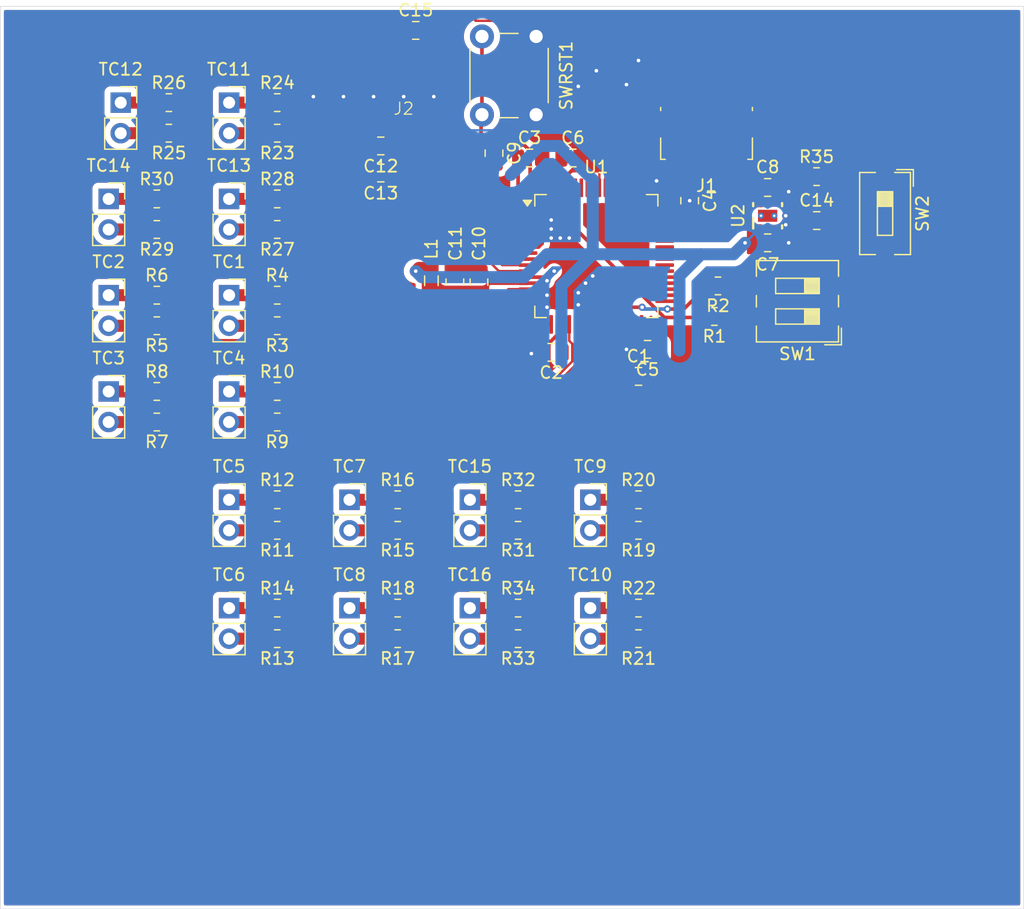
<source format=kicad_pcb>
(kicad_pcb (version 20240108) (generator "pcbnew") (generator_version "8.0")
  (layers (0 "F.Cu" signal) (31 "B.Cu" signal) (34 "B.Paste" user) (35 "F.Paste" user) (36 "B.SilkS" user "B.Silkscreen") (37 "F.SilkS" user "F.Silkscreen") (38 "B.Mask" user) (39 "F.Mask" user) (44 "Edge.Cuts" user))
  (net 0 "")
  (net 1 "Net-(U1-VCAP1)")
  (net 2 "VSS")
  (net 3 "VDD")
  (net 4 "VBUS")
  (net 5 "Net-(U1-NRST)")
  (net 6 "VDDA")
  (net 7 "Net-(U1-PH0)")
  (net 8 "Net-(U1-PH1)")
  (net 9 "Net-(U2-EN)")
  (net 10 "/MCU/USB_D-")
  (net 11 "/MCU/USB_D+")
  (net 12 "/MCU/USB_ID")
  (net 14 "Net-(R1-Pad1)")
  (net 15 "BOOT0")
  (net 16 "Net-(R2-Pad1)")
  (net 17 "BOOT1")
  (net 18 "/MCU/ADC_IN0")
  (net 19 "VSSA")
  (net 20 "Net-(TC1-+)")
  (net 21 "/MCU/ADC_IN1")
  (net 22 "Net-(TC2-+)")
  (net 23 "/MCU/ADC_IN2")
  (net 24 "Net-(TC3-+)")
  (net 25 "/MCU/ADC_IN3")
  (net 26 "Net-(TC4-+)")
  (net 27 "/MCU/ADC_IN4")
  (net 28 "Net-(TC5-+)")
  (net 29 "/MCU/ADC_IN5")
  (net 30 "Net-(TC6-+)")
  (net 31 "/MCU/ADC_IN6")
  (net 32 "Net-(TC7-+)")
  (net 33 "/MCU/ADC_IN7")
  (net 34 "Net-(TC8-+)")
  (net 35 "/MCU/ADC_IN8")
  (net 36 "Net-(TC9-+)")
  (net 37 "/MCU/ADC_IN9")
  (net 38 "Net-(TC10-+)")
  (net 39 "/MCU/ADC_IN10")
  (net 40 "Net-(TC11-+)")
  (net 41 "/MCU/ADC_IN11")
  (net 42 "Net-(TC12-+)")
  (net 43 "/MCU/ADC_IN12")
  (net 44 "Net-(TC13-+)")
  (net 45 "/MCU/ADC_IN13")
  (net 46 "Net-(TC14-+)")
  (net 47 "/MCU/ADC_IN14")
  (net 48 "Net-(TC15-+)")
  (net 49 "/MCU/ADC_IN15")
  (net 50 "Net-(TC16-+)")
  (net 65 "Net-(J2-SWCLK{slash}TCK)")
  (net 67 "Net-(J2-SWDIO{slash}TMS)")
  (net 72 "Net-(J2-SWO{slash}TDO)")
  (net 73 "Net-(J2-~{RESET})")
  (net 86 "Net-(J2-GNDDetect)")
  (net 87 "Net-(J2-NC{slash}TDI)")
  (footprint "Connector_PinSocket_2.54mm:PinSocket_1x02_P2.54mm_Vertical" (layer "F.Cu") (at 69 48)
    (property "Reference" "TC14")
    (property "Value" "0-60V")
  )
  (footprint "Resistor_SMD:R_0805_2012Metric" (layer "F.Cu") (at 83 40)
    (property "Reference" "R24")
    (property "Value" "10kR")
  )
  (footprint "local:DRV0006A" (layer "F.Cu") (at 123.725 49.4 90)
    (property "Reference" "U2")
    (property "Value" "TLV75533PDRVR")
  )
  (footprint "Resistor_SMD:R_0805_2012Metric" (layer "F.Cu") (at 83 42.54 180)
    (property "Reference" "R23")
    (property "Value" "10kR")
  )
  (footprint "Capacitor_SMD:C_0805_2012Metric" (layer "F.Cu") (at 127.8 49.8)
    (property "Reference" "C14")
    (property "Value" "0u1F")
  )
  (footprint "Connector_PinSocket_2.54mm:PinSocket_1x02_P2.54mm_Vertical" (layer "F.Cu") (at 79 82)
    (property "Reference" "TC6")
    (property "Value" "0-60V")
  )
  (footprint "Resistor_SMD:R_0805_2012Metric" (layer "F.Cu") (at 83 58.54 180)
    (property "Reference" "R3")
    (property "Value" "10kR")
  )
  (footprint "Capacitor_SMD:C_0805_2012Metric" (layer "F.Cu") (at 91.6 43.6 180)
    (property "Reference" "C12")
    (property "Value" "CL1")
  )
  (footprint "Resistor_SMD:R_0805_2012Metric" (layer "F.Cu") (at 73 66.54 180)
    (property "Reference" "R7")
    (property "Value" "10kR")
  )
  (footprint "Button_Switch_SMD:SW_DIP_SPSTx02_Slide_6.7x6.64mm_W6.73mm_P2.54mm_LowProfile_JPin" (layer "F.Cu") (at 126.2 56.5 180)
    (property "Reference" "SW1")
    (property "Value" "SW_DIP_x02")
  )
  (footprint "Connector_USB:USB_Micro-B_Molex_47346-0001" (layer "F.Cu") (at 118.65 43 180)
    (property "Reference" "J1")
    (property "Value" "USB_B_Micro")
  )
  (footprint "Resistor_SMD:R_0805_2012Metric" (layer "F.Cu") (at 103 75.54 180)
    (property "Reference" "R31")
    (property "Value" "10kR")
  )
  (footprint "Capacitor_SMD:C_0805_2012Metric" (layer "F.Cu") (at 99.75 54.9125 90)
    (property "Reference" "C10")
    (property "Value" "1uF")
  )
  (footprint "Resistor_SMD:R_0805_2012Metric" (layer "F.Cu") (at 103 84.54 180)
    (property "Reference" "R33")
    (property "Value" "10kR")
  )
  (footprint "Resistor_SMD:R_0805_2012Metric" (layer "F.Cu") (at 73 50.54 180)
    (property "Reference" "R29")
    (property "Value" "10kR")
  )
  (footprint "Connector_PinSocket_2.54mm:PinSocket_1x02_P2.54mm_Vertical" (layer "F.Cu") (at 99 73)
    (property "Reference" "TC15")
    (property "Value" "0-60V")
  )
  (footprint "Resistor_SMD:R_0805_2012Metric" (layer "F.Cu") (at 73 56)
    (property "Reference" "R6")
    (property "Value" "10kR")
  )
  (footprint "Resistor_SMD:R_0805_2012Metric" (layer "F.Cu") (at 93 84.54 180)
    (property "Reference" "R17")
    (property "Value" "10kR")
  )
  (footprint "Resistor_SMD:R_0805_2012Metric" (layer "F.Cu") (at 113 84.54 180)
    (property "Reference" "R21")
    (property "Value" "10kR")
  )
  (footprint "Capacitor_SMD:C_0805_2012Metric" (layer "F.Cu") (at 105.75 60.75 180)
    (property "Reference" "C2")
    (property "Value" "4u7F")
  )
  (footprint "Resistor_SMD:R_0805_2012Metric" (layer "F.Cu") (at 119.3 57.77 180)
    (property "Reference" "R1")
    (property "Value" "10kR")
  )
  (footprint "Connector_PinSocket_2.54mm:PinSocket_1x02_P2.54mm_Vertical" (layer "F.Cu") (at 79 48)
    (property "Reference" "TC13")
    (property "Value" "0-60V")
  )
  (footprint "Resistor_SMD:R_0805_2012Metric" (layer "F.Cu") (at 83 84.54 180)
    (property "Reference" "R13")
    (property "Value" "10kR")
  )
  (footprint "Resistor_SMD:R_0805_2012Metric" (layer "F.Cu") (at 119.6 55.23 180)
    (property "Reference" "R2")
    (property "Value" "10kR")
  )
  (footprint "Connector_PinSocket_2.54mm:PinSocket_1x02_P2.54mm_Vertical" (layer "F.Cu") (at 89 73)
    (property "Reference" "TC7")
    (property "Value" "0-60V")
  )
  (footprint "Resistor_SMD:R_0805_2012Metric" (layer "F.Cu") (at 83 56)
    (property "Reference" "R4")
    (property "Value" "10kR")
  )
  (footprint "Connector_PinSocket_2.54mm:PinSocket_1x02_P2.54mm_Vertical" (layer "F.Cu") (at 79 73)
    (property "Reference" "TC5")
    (property "Value" "0-60V")
  )
  (footprint "Connector_PinSocket_2.54mm:PinSocket_1x02_P2.54mm_Vertical" (layer "F.Cu") (at 89 82)
    (property "Reference" "TC8")
    (property "Value" "0-60V")
  )
  (footprint "Capacitor_SMD:C_0805_2012Metric" (layer "F.Cu") (at 94.5 34)
    (property "Reference" "C15")
    (property "Value" "C")
  )
  (footprint "Resistor_SMD:R_0805_2012Metric" (layer "F.Cu") (at 83 75.54 180)
    (property "Reference" "R11")
    (property "Value" "10kR")
  )
  (footprint "Resistor_SMD:R_0805_2012Metric" (layer "F.Cu") (at 74 40)
    (property "Reference" "R26")
    (property "Value" "10kR")
  )
  (footprint "Resistor_SMD:R_0805_2012Metric" (layer "F.Cu") (at 83 50.54 180)
    (property "Reference" "R27")
    (property "Value" "10kR")
  )
  (footprint "Resistor_SMD:R_0805_2012Metric" (layer "F.Cu") (at 74 42.54 180)
    (property "Reference" "R25")
    (property "Value" "10kR")
  )
  (footprint "Capacitor_SMD:C_0805_2012Metric" (layer "F.Cu") (at 123.725 51.65)
    (property "Reference" "C7")
    (property "Value" "1uF")
  )
  (footprint "Capacitor_SMD:C_0805_2012Metric" (layer "F.Cu") (at 123.725 47.05 180)
    (property "Reference" "C8")
    (property "Value" "1uF")
  )
  (footprint "Resistor_SMD:R_0805_2012Metric" (layer "F.Cu") (at 103 82)
    (property "Reference" "R34")
    (property "Value" "10kR")
  )
  (footprint "Connector_PinSocket_2.54mm:PinSocket_1x02_P2.54mm_Vertical" (layer "F.Cu") (at 69 56)
    (property "Reference" "TC2")
    (property "Value" "0-60V")
  )
  (footprint "Button_Switch_SMD:SW_DIP_SPSTx01_Slide_6.7x4.1mm_W6.73mm_P2.54mm_LowProfile_JPin" (layer "F.Cu") (at 133.475 49.215 -90)
    (property "Reference" "SW2")
    (property "Value" "SW_DIP_x01")
  )
  (footprint "Connector_PinSocket_2.54mm:PinSocket_1x02_P2.54mm_Vertical" (layer "F.Cu") (at 79 56)
    (property "Reference" "TC1")
    (property "Value" "0-60V")
  )
  (footprint "Resistor_SMD:R_0805_2012Metric" (layer "F.Cu") (at 73 64)
    (property "Reference" "R8")
    (property "Value" "10kR")
  )
  (footprint "Resistor_SMD:R_0805_2012Metric" (layer "F.Cu") (at 83 82)
    (property "Reference" "R14")
    (property "Value" "10kR")
  )
  (footprint "Resistor_SMD:R_0805_2012Metric" (layer "F.Cu") (at 83 64)
    (property "Reference" "R10")
    (property "Value" "10kR")
  )
  (footprint "Resistor_SMD:R_0805_2012Metric" (layer "F.Cu") (at 73 58.54 180)
    (property "Reference" "R5")
    (property "Value" "10kR")
  )
  (footprint "Connector_PinSocket_2.54mm:PinSocket_1x02_P2.54mm_Vertical" (layer "F.Cu") (at 109 73)
    (property "Reference" "TC9")
    (property "Value" "0-60V")
  )
  (footprint "Capacitor_SMD:C_0805_2012Metric" (layer "F.Cu") (at 113 62.75)
    (property "Reference" "C1")
    (property "Value" "2u2F")
  )
  (footprint "Connector_PinSocket_2.54mm:PinSocket_1x02_P2.54mm_Vertical" (layer "F.Cu") (at 70 40)
    (property "Reference" "TC12")
    (property "Value" "0-60V")
  )
  (footprint "Package_QFP:LQFP-64_10x10mm_P0.5mm" (layer "F.Cu") (at 109.5 52.75)
    (property "Reference" "U1")
    (property "Value" "STM32F401R_B-C_Tx")
  )
  (footprint "Resistor_SMD:R_0805_2012Metric" (layer "F.Cu") (at 93 82)
    (property "Reference" "R18")
    (property "Value" "10kR")
  )
  (footprint "Inductor_SMD:L_0805_2012Metric" (layer "F.Cu") (at 95.8 54.8 -90)
    (property "Reference" "L1")
    (property "Value" "L")
  )
  (footprint "Capacitor_SMD:C_0805_2012Metric" (layer "F.Cu") (at 117.25 48.15 -90)
    (property "Reference" "C4")
    (property "Value" "100nF")
  )
  (footprint "Capacitor_SMD:C_0805_2012Metric" (layer "F.Cu") (at 103.95 44.6)
    (property "Reference" "C3")
    (property "Value" "100nF")
  )
  (footprint "Connector_PinSocket_2.54mm:PinSocket_1x02_P2.54mm_Vertical" (layer "F.Cu") (at 69 64)
    (property "Reference" "TC3")
    (property "Value" "0-60V")
  )
  (footprint "Resistor_SMD:R_0805_2012Metric" (layer "F.Cu") (at 113 75.54 180)
    (property "Reference" "R19")
    (property "Value" "10kR")
  )
  (footprint "Capacitor_SMD:C_0805_2012Metric" (layer "F.Cu") (at 101 44.2 -90)
    (property "Reference" "C9")
    (property "Value" "0u1F")
  )
  (footprint "Connector_PinSocket_2.54mm:PinSocket_1x02_P2.54mm_Vertical" (layer "F.Cu") (at 79 40)
    (property "Reference" "TC11")
    (property "Value" "0-60V")
  )
  (footprint "Capacitor_SMD:C_0805_2012Metric" (layer "F.Cu") (at 107.55 44.6)
    (property "Reference" "C6")
    (property "Value" "100nF")
  )
  (footprint "Capacitor_SMD:C_0805_2012Metric" (layer "F.Cu") (at 91.6 45.85 180)
    (property "Reference" "C13")
    (property "Value" "CL2")
  )
  (footprint "Connector_PinSocket_2.54mm:PinSocket_1x02_P2.54mm_Vertical" (layer "F.Cu") (at 109 82)
    (property "Reference" "TC10")
    (property "Value" "0-60V")
  )
  (footprint "Capacitor_SMD:C_0805_2012Metric" (layer "F.Cu") (at 113.75 60.5 180)
    (property "Reference" "C5")
    (property "Value" "100nF")
  )
  (footprint "Resistor_SMD:R_0805_2012Metric" (layer "F.Cu") (at 127.7875 46.15)
    (property "Reference" "R35")
    (property "Value" "10k")
  )
  (footprint "Resistor_SMD:R_0805_2012Metric" (layer "F.Cu") (at 73 48)
    (property "Reference" "R30")
    (property "Value" "10kR")
  )
  (footprint "Resistor_SMD:R_0805_2012Metric" (layer "F.Cu") (at 103 73)
    (property "Reference" "R32")
    (property "Value" "10kR")
  )
  (footprint "local:POGO_JTAG_SWD" (layer "F.Cu") (at 93.5 41)
    (property "Reference" "J2")
    (property "Value" "Conn_ARM_JTAG_SWD_10")
  )
  (footprint "Capacitor_SMD:C_0805_2012Metric" (layer "F.Cu") (at 97.75 54.9125 90)
    (property "Reference" "C11")
    (property "Value" "100nF")
  )
  (footprint "Connector_PinSocket_2.54mm:PinSocket_1x02_P2.54mm_Vertical" (layer "F.Cu") (at 99 82)
    (property "Reference" "TC16")
    (property "Value" "0-60V")
  )
  (footprint "Button_Switch_THT:SW_PUSH_6mm" (layer "F.Cu") (at 100 41 90)
    (property "Reference" "SWRST1")
    (property "Value" "SW_Push")
  )
  (footprint "Resistor_SMD:R_0805_2012Metric" (layer "F.Cu") (at 93 75.54 180)
    (property "Reference" "R15")
    (property "Value" "10kR")
  )
  (footprint "Resistor_SMD:R_0805_2012Metric" (layer "F.Cu") (at 83 48)
    (property "Reference" "R28")
    (property "Value" "10kR")
  )
  (footprint "Resistor_SMD:R_0805_2012Metric" (layer "F.Cu") (at 83 66.54 180)
    (property "Reference" "R9")
    (property "Value" "10kR")
  )
  (footprint "Resistor_SMD:R_0805_2012Metric" (layer "F.Cu") (at 83 73)
    (property "Reference" "R12")
    (property "Value" "10kR")
  )
  (footprint "Connector_PinSocket_2.54mm:PinSocket_1x02_P2.54mm_Vertical" (layer "F.Cu") (at 79 64)
    (property "Reference" "TC4")
    (property "Value" "0-60V")
  )
  (footprint "Resistor_SMD:R_0805_2012Metric" (layer "F.Cu") (at 113 73)
    (property "Reference" "R20")
    (property "Value" "10kR")
  )
  (footprint "Resistor_SMD:R_0805_2012Metric" (layer "F.Cu") (at 113 82)
    (property "Reference" "R22")
    (property "Value" "10kR")
  )
  (footprint "Resistor_SMD:R_0805_2012Metric" (layer "F.Cu") (at 93 73)
    (property "Reference" "R16")
    (property "Value" "10kR")
  )
  (gr_rect (start 60 32) (end 145 107) (stroke (width 0.05)) (fill none) (layer "Edge.Cuts"))
  (segment (start 97.75 53.9625) (end 99.75 53.9625) (width 1) (layer "F.Cu") (net 2))
  (segment (start 99.461522 33.2) (end 99.5 33.2) (width 0.2) (layer "F.Cu") (net 2))
  (segment (start 106.25 58.425) (end 106.25 59.30312) (width 0.3) (layer "F.Cu") (net 2))
  (segment (start 104.80312 60.75) (end 104.8 60.75) (width 0.3) (layer "F.Cu") (net 2))
  (segment (start 99.5 33.2) (end 99.275 32.975) (width 0.2) (layer "F.Cu") (net 2))
  (segment (start 106.49688 45.95) (end 106.25 46.19688) (width 0.3) (layer "F.Cu") (net 2))
  (segment (start 106.00312 48.2) (end 106.25 47.95312) (width 0.3) (layer "F.Cu") (net 2))
  (segment (start 104.9 47.60312) (end 105.49688 48.2) (width 0.3) (layer "F.Cu") (net 2))
  (segment (start 116.85 49.5) (end 117.25 49.1) (width 0.3) (layer "F.Cu") (net 2))
  (segment (start 91.975 35.025) (end 91 36) (width 0.2) (layer "F.Cu") (net 2))
  (segment (start 104.9 41) (end 108.5 44.6) (width 0.3) (layer "F.Cu") (net 2))
  (segment (start 104.5 41) (end 104.9 41) (width 0.3) (layer "F.Cu") (net 2))
  (segment (start 104.9 44.6) (end 104.9 47.60312) (width 0.3) (layer "F.Cu") (net 2))
  (segment (start 106.25 46.19688) (end 106.25 47.075) (width 0.3) (layer "F.Cu") (net 2))
  (segment (start 106.25 47.95312) (end 106.25 47.075) (width 0.3) (layer "F.Cu") (net 2))
  (segment (start 94.034744 35.025) (end 91.975 35.025) (width 0.2) (layer "F.Cu") (net 2))
  (segment (start 94.35 33.290256) (end 94.35 34.709744) (width 0.2) (layer "F.Cu") (net 2))
  (segment (start 128.7 46.15) (end 128.7 49.75) (width 0.3) (layer "F.Cu") (net 2))
  (segment (start 112.75 60.45) (end 112.8 60.5) (width 0.3) (layer "F.Cu") (net 2))
  (segment (start 115.175 49.5) (end 116.85 49.5) (width 0.3) (layer "F.Cu") (net 2))
  (segment (start 105.49688 48.2) (end 106.00312 48.2) (width 0.3) (layer "F.Cu") (net 2))
  (segment (start 103.2 33.2) (end 104.5 34.5) (width 0.2) (layer "F.Cu") (net 2))
  (segment (start 94.665256 32.975) (end 94.35 33.290256) (width 0.2) (layer "F.Cu") (net 2))
  (segment (start 88.5 36) (end 89.475 35.025) (width 0.2) (layer "F.Cu") (net 2))
  (segment (start 104.5 41) (end 104.5 34.5) (width 0.3) (layer "F.Cu") (net 2))
  (segment (start 99.275 32.975) (end 94.665256 32.975) (width 0.2) (layer "F.Cu") (net 2))
  (segment (start 106.25 59.30312) (end 104.80312 60.75) (width 0.3) (layer "F.Cu") (net 2))
  (segment (start 99.5 33.2) (end 103.2 33.2) (width 0.2) (layer "F.Cu") (net 2))
  (segment (start 103.25 41) (end 101 43.25) (width 0.3) (layer "F.Cu") (net 2))
  (segment (start 108.5 44.6) (end 107.15 45.95) (width 0.3) (layer "F.Cu") (net 2))
  (segment (start 107.15 45.95) (end 106.49688 45.95) (width 0.3) (layer "F.Cu") (net 2))
  (segment (start 112.8 60.5) (end 112 60.5) (width 0.3) (layer "F.Cu") (net 2))
  (segment (start 104.5 41) (end 103.25 41) (width 0.3) (layer "F.Cu") (net 2))
  (segment (start 94.35 34.709744) (end 94.034744 35.025) (width 0.2) (layer "F.Cu") (net 2))
  (segment (start 117.25 48.15) (end 117.25 49.1) (width 0.3) (layer "F.Cu") (net 2))
  (segment (start 128.7 49.75) (end 128.75 49.8) (width 0.3) (layer "F.Cu") (net 2))
  (segment (start 112.75 58.425) (end 112.75 60.45) (width 0.3) (layer "F.Cu") (net 2))
  (via (at 108 56.8) (size 0.6) (drill 0.3) (layers "F.Cu" "B.Cu") (net 2))
  (via (at 106 54) (size 0.6) (drill 0.3) (layers "F.Cu" "B.Cu") (net 2))
  (via (at 112 60.5) (size 0.6) (drill 0.3) (layers "F.Cu" "B.Cu") (net 2))
  (via (at 125.225 49.4) (size 0.6) (drill 0.3) (layers "F.Cu" "B.Cu") (net 2))
  (via (at 117.25 48.15) (size 0.6) (drill 0.3) (layers "F.Cu" "B.Cu") (net 2))
  (via (at 107.25 51.25) (size 0.6) (drill 0.3) (layers "F.Cu" "B.Cu") (net 2))
  (via (at 105.4 57) (size 0.6) (drill 0.3) (layers "F.Cu" "B.Cu") (net 2))
  (via (at 104.104747 60.854747) (size 0.6) (drill 0.3) (layers "F.Cu" "B.Cu") (net 2))
  (via (at 105.75 51.25) (size 0.6) (drill 0.3) (layers "F.Cu" "B.Cu") (net 2))
  (via (at 109.2 54.4) (size 0.6) (drill 0.3) (layers "F.Cu" "B.Cu") (net 2))
  (via (at 125.475 47.4) (size 0.6) (drill 0.3) (layers "F.Cu" "B.Cu") (net 2))
  (via (at 105.75 50.5) (size 0.6) (drill 0.3) (layers "F.Cu" "B.Cu") (net 2))
  (via (at 125.475 51.65) (size 0.6) (drill 0.3) (layers "F.Cu" "B.Cu") (net 2))
  (via (at 105.4 56) (size 0.6) (drill 0.3) (layers "F.Cu" "B.Cu") (net 2))
  (via (at 106.5 51.25) (size 0.6) (drill 0.3) (layers "F.Cu" "B.Cu") (net 2))
  (via (at 105.4 54.8) (size 0.6) (drill 0.3) (layers "F.Cu" "B.Cu") (net 2))
  (via (at 108 55.8) (size 0.6) (drill 0.3) (layers "F.Cu" "B.Cu") (net 2))
  (via (at 108.6 55) (size 0.6) (drill 0.3) (layers "F.Cu" "B.Cu") (net 2))
  (via (at 105.75 49.75) (size 0.6) (drill 0.3) (layers "F.Cu" "B.Cu") (net 2))
  (via (at 125.225 50.15) (size 0.6) (drill 0.3) (layers "F.Cu" "B.Cu") (net 2))
  (segment (start 115.45 49) (end 117.25 47.2) (width 0.3) (layer "F.Cu") (net 3))
  (segment (start 126.355 55.23) (end 122.775 51.65) (width 0.2) (layer "F.Cu") (net 3))
  (segment (start 105.75 45.45) (end 105.75 47.075) (width 0.3) (layer "F.Cu") (net 3))
  (segment (start 106.75 58.425) (end 106.75 60.7) (width 0.3) (layer "F.Cu") (net 3))
  (segment (start 129.565 55.23) (end 129.565 57.77) (width 0.2) (layer "F.Cu") (net 3))
  (segment (start 95.8 53.7375) (end 94.7625 53.7375) (width 1) (layer "F.Cu") (net 3))
  (segment (start 94.7625 53.7375) (end 94.5 54) (width 1) (layer "F.Cu") (net 3))
  (segment (start 113.25 58.425) (end 113.25 59.05) (width 0.3) (layer "F.Cu") (net 3))
  (segment (start 103 48.175) (end 103.825 49) (width 0.3) (layer "F.Cu") (net 3))
  (segment (start 106.75 60.7) (end 106.7 60.75) (width 0.3) (layer "F.Cu") (net 3))
  (segment (start 103 44.6) (end 103 48.175) (width 0.3) (layer "F.Cu") (net 3))
  (segment (start 129.565 55.23) (end 126.355 55.23) (width 0.2) (layer "F.Cu") (net 3))
  (segment (start 88 34) (end 93.55 34) (width 0.2) (layer "F.Cu") (net 3))
  (segment (start 113.25 59.05) (end 114.7 60.5) (width 0.3) (layer "F.Cu") (net 3))
  (segment (start 115.175 49) (end 115.45 49) (width 0.3) (layer "F.Cu") (net 3))
  (segment (start 122.775 51.65) (end 121.85 51.65) (width 1) (layer "F.Cu") (net 3))
  (segment (start 106.6 44.6) (end 105.75 45.45) (width 0.3) (layer "F.Cu") (net 3))
  (segment (start 86 36) (end 88 34) (width 0.2) (layer "F.Cu") (net 3))
  (via (at 121.85 51.65) (size 0.6) (drill 0.3) (layers "F.Cu" "B.Cu") (net 3))
  (via (at 94.5 54) (size 0.6) (drill 0.3) (layers "F.Cu" "B.Cu") (net 3))
  (segment (start 95 54.5) (end 94.5 54) (width 1) (layer "B.Cu") (net 3))
  (segment (start 118.2 52.6) (end 109.2 52.6) (width 1) (layer "B.Cu") (net 3))
  (segment (start 121.85 51.65) (end 122.5 51) (width 0.2) (layer "B.Cu") (net 3))
  (segment (start 106.6 55.2) (end 106.6 61.6) (width 1) (layer "B.Cu") (net 3))
  (segment (start 104.8 43.6) (end 102.4 46) (width 1) (layer "B.Cu") (net 3))
  (segment (start 109.2 52.6) (end 106.6 55.2) (width 1) (layer "B.Cu") (net 3))
  (segment (start 105.4 52.6) (end 103.5 54.5) (width 1) (layer "B.Cu") (net 3))
  (segment (start 106.4 43.6) (end 104.8 43.6) (width 1) (layer "B.Cu") (net 3))
  (segment (start 118.2 52.6) (end 116.4 54.4) (width 1) (layer "B.Cu") (net 3))
  (segment (start 116.4 54.4) (end 116.4 60.6) (width 1) (layer "B.Cu") (net 3))
  (segment (start 109.2 46.4) (end 106.4 43.6) (width 1) (layer "B.Cu") (net 3))
  (segment (start 103.5 54.5) (end 95 54.5) (width 1) (layer "B.Cu") (net 3))
  (segment (start 120.9 52.6) (end 118.2 52.6) (width 1) (layer "B.Cu") (net 3))
  (segment (start 121.85 51.65) (end 120.9 52.6) (width 1) (layer "B.Cu") (net 3))
  (segment (start 109.2 52.6) (end 105.4 52.6) (width 1) (layer "B.Cu") (net 3))
  (segment (start 109.2 52.6) (end 109.2 46.4) (width 1) (layer "B.Cu") (net 3))
  (segment (start 124.725 45.1) (end 122.775 47.05) (width 0.3) (layer "F.Cu") (net 4))
  (segment (start 121.625 47.05) (end 119.95 45.375) (width 0.3) (layer "F.Cu") (net 4))
  (segment (start 132.725 45.1) (end 124.725 45.1) (width 0.3) (layer "F.Cu") (net 4))
  (segment (start 122.775 47.05) (end 121.625 47.05) (width 0.3) (layer "F.Cu") (net 4))
  (segment (start 133.475 45.85) (end 132.725 45.1) (width 0.3) (layer "F.Cu") (net 4))
  (segment (start 119.95 45.375) (end 119.95 44.46) (width 0.3) (layer "F.Cu") (net 4))
  (segment (start 104 44.019544) (end 104 47.410226) (width 0.3) (layer "F.Cu") (net 5))
  (segment (start 103.505456 43.525) (end 104 44.019544) (width 0.3) (layer "F.Cu") (net 5))
  (segment (start 99.925 41.075) (end 99.925 44.075) (width 0.3) (layer "F.Cu") (net 5))
  (segment (start 104.70312 52) (end 103.825 52) (width 0.3) (layer "F.Cu") (net 5))
  (segment (start 104 47.410226) (end 105 48.410226) (width 0.3) (layer "F.Cu") (net 5))
  (segment (start 105 51.70312) (end 104.70312 52) (width 0.3) (layer "F.Cu") (net 5))
  (segment (start 105 48.410226) (end 105 51.70312) (width 0.3) (layer "F.Cu") (net 5))
  (segment (start 101 45.15) (end 101 45.019544) (width 0.3) (layer "F.Cu") (net 5))
  (segment (start 100 41) (end 99.925 41.075) (width 0.3) (layer "F.Cu") (net 5))
  (segment (start 99.925 44.075) (end 101 45.15) (width 0.3) (layer "F.Cu") (net 5))
  (segment (start 100 34.5) (end 100 41) (width 0.3) (layer "F.Cu") (net 5))
  (segment (start 101 45.019544) (end 102.494544 43.525) (width 0.3) (layer "F.Cu") (net 5))
  (segment (start 102.494544 43.525) (end 103.505456 43.525) (width 0.3) (layer "F.Cu") (net 5))
  (segment (start 97.75 55.8625) (end 99.75 55.8625) (width 1) (layer "F.Cu") (net 6))
  (segment (start 99.75 55.8625) (end 100.6125 55) (width 0.3) (layer "F.Cu") (net 6))
  (segment (start 97.75 55.8625) (end 95.8 55.8625) (width 1) (layer "F.Cu") (net 6))
  (segment (start 100.6125 55) (end 103.825 55) (width 0.3) (layer "F.Cu") (net 6))
  (segment (start 99.7875 55.9) (end 99.75 55.8625) (width 0.3) (layer "F.Cu") (net 6))
  (segment (start 126.85 46.175) (end 126.875 46.15) (width 0.3) (layer "F.Cu") (net 9))
  (segment (start 126.85 49.8) (end 125.475001 48.425001) (width 0.3) (layer "F.Cu") (net 9))
  (segment (start 126.85 49.8) (end 126.85 46.175) (width 0.3) (layer "F.Cu") (net 9))
  (segment (start 126.85 49.8) (end 129.63 52.58) (width 0.3) (layer "F.Cu") (net 9))
  (segment (start 125.475001 48.425001) (end 124.374999 48.425001) (width 0.3) (layer "F.Cu") (net 9))
  (segment (start 129.63 52.58) (end 133.475 52.58) (width 0.3) (layer "F.Cu") (net 9))
  (segment (start 115.175 51) (end 117.42543 51) (width 0.2) (layer "F.Cu") (net 10))
  (segment (start 117.42543 51) (end 119.3 49.12543) (width 0.2) (layer "F.Cu") (net 10))
  (segment (start 119.3 49.12543) (end 119.3 44.46) (width 0.2) (layer "F.Cu") (net 10))
  (segment (start 118.30218 46.593938) (end 118.30218 46.846118) (width 0.2) (layer "F.Cu") (net 11))
  (segment (start 118.012924 49.84682) (end 117.359744 50.5) (width 0.2) (layer "F.Cu") (net 11))
  (segment (start 118.65 46.420028) (end 118.47609 46.420028) (width 0.2) (layer "F.Cu") (net 11))
  (segment (start 118.65 44.46) (end 118.65 45.695028) (width 0.2) (layer "F.Cu") (net 11))
  (segment (start 118.65 47.445028) (end 118.65 49.209744) (width 0.2) (layer "F.Cu") (net 11))
  (segment (start 118.897752 45.94278) (end 118.897752 46.296152) (width 0.2) (layer "F.Cu") (net 11))
  (segment (start 118.65 47.193938) (end 118.65 47.445028) (width 0.2) (layer "F.Cu") (net 11))
  (segment (start 118.773876 46.420028) (end 118.65 46.420028) (width 0.2) (layer "F.Cu") (net 11))
  (segment (start 117.359744 50.5) (end 115.175 50.5) (width 0.2) (layer "F.Cu") (net 11))
  (segment (start 118.65 49.209744) (end 118.012924 49.84682) (width 0.2) (layer "F.Cu") (net 11))
  (arc (start 118.47609 46.420028) (mid 118.353117 46.470965) (end 118.30218 46.593938) (width 0.2) (layer "F.Cu") (net 11))
  (arc (start 118.897752 46.296152) (mid 118.86147 46.383746) (end 118.773876 46.420028) (width 0.2) (layer "F.Cu") (net 11))
  (arc (start 118.65 45.695028) (mid 118.686282 45.782622) (end 118.773876 45.818904) (width 0.2) (layer "F.Cu") (net 11))
  (arc (start 118.773876 45.818904) (mid 118.86147 45.855186) (end 118.897752 45.94278) (width 0.2) (layer "F.Cu") (net 11))
  (arc (start 118.30218 46.846118) (mid 118.353117 46.969091) (end 118.47609 47.020028) (width 0.2) (layer "F.Cu") (net 11))
  (arc (start 118.47609 47.020028) (mid 118.599063 47.070965) (end 118.65 47.193938) (width 0.2) (layer "F.Cu") (net 11))
  (segment (start 122.835 57.77) (end 120.2125 57.77) (width 0.3) (layer "F.Cu") (net 14))
  (segment (start 115.146879 57.849999) (end 107.75 50.45312) (width 0.3) (layer "F.Cu") (net 15))
  (segment (start 118.3875 57.77) (end 118.307501 57.849999) (width 0.3) (layer "F.Cu") (net 15))
  (segment (start 118.307501 57.849999) (end 115.146879 57.849999) (width 0.3) (layer "F.Cu") (net 15))
  (segment (start 107.75 50.45312) (end 107.75 47.075) (width 0.3) (layer "F.Cu") (net 15))
  (segment (start 122.835 55.23) (end 120.5125 55.23) (width 0.3) (layer "F.Cu") (net 16))
  (segment (start 113.3 57) (end 111.79688 57) (width 0.3) (layer "F.Cu") (net 17))
  (segment (start 118.6875 55.23) (end 116.767501 57.149999) (width 0.3) (layer "F.Cu") (net 17))
  (segment (start 116.767501 57.149999) (end 115.4 57.149999) (width 0.3) (layer "F.Cu") (net 17))
  (segment (start 111.25 57.54688) (end 111.25 58.425) (width 0.3) (layer "F.Cu") (net 17))
  (segment (start 111.79688 57) (end 111.25 57.54688) (width 0.3) (layer "F.Cu") (net 17))
  (via (at 113.3 57) (size 0.6) (drill 0.3) (layers "F.Cu" "B.Cu") (net 17))
  (via (at 115.4 57.149999) (size 0.6) (drill 0.3) (layers "F.Cu" "B.Cu") (net 17))
  (segment (start 115.4 57.149999) (end 113.449999 57.149999) (width 0.3) (layer "B.Cu") (net 17))
  (segment (start 113.449999 57.149999) (end 113.3 57) (width 0.3) (layer "B.Cu") (net 17))
  (segment (start 103.825 55.5) (end 102.2 55.5) (width 0.2) (layer "F.Cu") (net 18))
  (segment (start 102.2 55.5) (end 99.16 58.54) (width 0.2) (layer "F.Cu") (net 18))
  (segment (start 99.16 58.54) (end 83.9125 58.54) (width 0.2) (layer "F.Cu") (net 18))
  (segment (start 83.9125 58.54) (end 83.9125 56) (width 1) (layer "F.Cu") (net 18))
  (segment (start 70 42.54) (end 73.0875 42.54) (width 1) (layer "F.Cu") (net 19))
  (segment (start 82.0875 84.54) (end 79 84.54) (width 1) (layer "F.Cu") (net 19))
  (segment (start 112.0875 75.54) (end 109 75.54) (width 1) (layer "F.Cu") (net 19))
  (segment (start 72.0875 50.54) (end 69 50.54) (width 1) (layer "F.Cu") (net 19))
  (segment (start 99 75.54) (end 102.0875 75.54) (width 1) (layer "F.Cu") (net 19))
  (segment (start 72.0875 66.54) (end 69 66.54) (width 1) (layer "F.Cu") (net 19))
  (segment (start 92.0875 84.54) (end 89 84.54) (width 1) (layer "F.Cu") (net 19))
  (segment (start 104.6 54.5) (end 105.5 54.5) (width 0.3) (layer "F.Cu") (net 19))
  (segment (start 105.5 54.5) (end 106 54) (width 0.3) (layer "F.Cu") (net 19))
  (segment (start 82.0875 58.54) (end 79 58.54) (width 1) (layer "F.Cu") (net 19))
  (segment (start 82.0875 66.54) (end 79 66.54) (width 1) (layer "F.Cu") (net 19))
  (segment (start 104.6 54.5) (end 105.1 54.5) (width 0.3) (layer "F.Cu") (net 19))
  (segment (start 105.1 54.5) (end 105.4 54.8) (width 0.3) (layer "F.Cu") (net 19))
  (segment (start 82.0875 75.54) (end 79 75.54) (width 1) (layer "F.Cu") (net 19))
  (segment (start 79 50.54) (end 82.0875 50.54) (width 1) (layer "F.Cu") (net 19))
  (segment (start 72.0875 58.54) (end 69 58.54) (width 1) (layer "F.Cu") (net 19))
  (segment (start 82.0875 42.54) (end 79 42.54) (width 1) (layer "F.Cu") (net 19))
  (segment (start 99 84.54) (end 102.0875 84.54) (width 1) (layer "F.Cu") (net 19))
  (segment (start 92.0875 75.54) (end 89 75.54) (width 1) (layer "F.Cu") (net 19))
  (segment (start 112.0875 84.54) (end 109 84.54) (width 1) (layer "F.Cu") (net 19))
  (segment (start 79 56) (end 82.0875 56) (width 1) (layer "F.Cu") (net 20))
  (segment (start 75.1125 59.74) (end 73.9125 58.54) (width 0.2) (layer "F.Cu") (net 21))
  (segment (start 103.825 56) (end 102.94688 56) (width 0.2) (layer "F.Cu") (net 21))
  (segment (start 102.94688 56) (end 99.20688 59.74) (width 0.2) (layer "F.Cu") (net 21))
  (segment (start 73.9125 58.54) (end 73.9125 56) (width 1) (layer "F.Cu") (net 21))
  (segment (start 99.20688 59.74) (end 75.1125 59.74) (width 0.2) (layer "F.Cu") (net 21))
  (segment (start 69 56) (end 72.0875 56) (width 1) (layer "F.Cu") (net 22))
  (segment (start 99.325 61) (end 103.825 56.5) (width 0.2) (layer "F.Cu") (net 23))
  (segment (start 76.9125 61) (end 73.9125 64) (width 0.2) (layer "F.Cu") (net 23))
  (segment (start 76.9125 61) (end 99.325 61) (width 0.2) (layer "F.Cu") (net 23))
  (segment (start 73.9125 66.54) (end 73.9125 64) (width 1) (layer "F.Cu") (net 23))
  (segment (start 69 64) (end 72.0875 64) (width 1) (layer "F.Cu") (net 24))
  (segment (start 105.75 58.425) (end 103.575 58.425) (width 0.2) (layer "F.Cu") (net 25))
  (segment (start 98 64) (end 83.9125 64) (width 0.2) (layer "F.Cu") (net 25))
  (segment (start 103.575 58.425) (end 98 64) (width 0.2) (layer "F.Cu") (net 25))
  (segment (start 83.9125 66.54) (end 83.9125 64) (width 1) (layer "F.Cu") (net 25))
  (segment (start 79 64) (end 82.0875 64) (width 1) (layer "F.Cu") (net 26))
  (segment (start 90.9125 66) (end 83.9125 73) (width 0.2) (layer "F.Cu") (net 27))
  (segment (start 107.5 61.5) (end 103 66) (width 0.2) (layer "F.Cu") (net 27))
  (segment (start 83.9125 73) (end 83.9125 75.54) (width 1) (layer "F.Cu") (net 27))
  (segment (start 107.25 58.425) (end 107.25 59.790256) (width 0.2) (layer "F.Cu") (net 27))
  (segment (start 107.5 60.040256) (end 107.5 61.5) (width 0.2) (layer "F.Cu") (net 27))
  (segment (start 107.25 59.790256) (end 107.5 60.040256) (width 0.2) (layer "F.Cu") (net 27))
  (segment (start 103 66) (end 90.9125 66) (width 0.2) (layer "F.Cu") (net 27))
  (segment (start 79 73) (end 82.0875 73) (width 1) (layer "F.Cu") (net 28))
  (segment (start 101.565686 68) (end 91 68) (width 0.2) (layer "F.Cu") (net 29))
  (segment (start 107.75 58.425) (end 107.75 59.72457) (width 0.2) (layer "F.Cu") (net 29))
  (segment (start 107.9 59.87457) (end 107.9 61.665686) (width 0.2) (layer "F.Cu") (net 29))
  (segment (start 86 79.9125) (end 83.9125 82) (width 0.2) (layer "F.Cu") (net 29))
  (segment (start 91 68) (end 86 73) (width 0.2) (layer "F.Cu") (net 29))
  (segment (start 83.9125 82) (end 83.9125 84.54) (width 1) (layer "F.Cu") (net 29))
  (segment (start 107.9 61.665686) (end 101.565686 68) (width 0.2) (layer "F.Cu") (net 29))
  (segment (start 86 73) (end 86 79.9125) (width 0.2) (layer "F.Cu") (net 29))
  (segment (start 107.75 59.72457) (end 107.9 59.87457) (width 0.2) (layer "F.Cu") (net 29))
  (segment (start 79 82) (end 82.0875 82) (width 1) (layer "F.Cu") (net 30))
  (segment (start 108.25 58.425) (end 108.25 59.658884) (width 0.2) (layer "F.Cu") (net 31))
  (segment (start 108.35 62.084315) (end 101.434315 69) (width 0.2) (layer "F.Cu") (net 31))
  (segment (start 97.9125 69) (end 93.9125 73) (width 0.2) (layer "F.Cu") (net 31))
  (segment (start 101.434315 69) (end 97.9125 69) (width 0.2) (layer "F.Cu") (net 31))
  (segment (start 93.9125 75.54) (end 93.9125 73) (width 1) (layer "F.Cu") (net 31))
  (segment (start 108.35 59.758884) (end 108.35 62.084315) (width 0.2) (layer "F.Cu") (net 31))
  (segment (start 108.25 59.658884) (end 108.35 59.758884) (width 0.2) (layer "F.Cu") (net 31))
  (segment (start 92.0875 73) (end 89 73) (width 1) (layer "F.Cu") (net 32))
  (segment (start 96 79.9125) (end 93.9125 82) (width 0.2) (layer "F.Cu") (net 33))
  (segment (start 101.2 71) (end 97.85 71) (width 0.2) (layer "F.Cu") (net 33))
  (segment (start 93.9125 84.54) (end 93.9125 82) (width 1) (layer "F.Cu") (net 33))
  (segment (start 108.8 63.4) (end 101.2 71) (width 0.2) (layer "F.Cu") (net 33))
  (segment (start 97.85 71) (end 96 72.85) (width 0.2) (layer "F.Cu") (net 33))
  (segment (start 96 72.85) (end 96 79.9125) (width 0.2) (layer "F.Cu") (net 33))
  (segment (start 108.8 58.475) (end 108.8 63.4) (width 0.2) (layer "F.Cu") (net 33))
  (segment (start 108.75 58.425) (end 108.8 58.475) (width 0.2) (layer "F.Cu") (net 33))
  (segment (start 89 82) (end 92.0875 82) (width 1) (layer "F.Cu") (net 34))
  (segment (start 113.9125 68.9125) (end 113.9125 73) (width 0.2) (layer "F.Cu") (net 35))
  (segment (start 110.25 65.25) (end 113.9125 68.9125) (width 0.2) (layer "F.Cu") (net 35))
  (segment (start 113.9125 73) (end 113.9125 75.54) (width 1) (layer "F.Cu") (net 35))
  (segment (start 110.25 58.425) (end 110.25 65.25) (width 0.2) (layer "F.Cu") (net 35))
  (segment (start 109 73) (end 112.0875 73) (width 1) (layer "F.Cu") (net 36))
  (segment (start 114.725 67.425) (end 114.725 81.1875) (width 0.2) (layer "F.Cu") (net 37))
  (segment (start 110.75 58.425) (end 110.75 63.45) (width 0.2) (layer "F.Cu") (net 37))
  (segment (start 114.725 81.1875) (end 113.9125 82) (width 0.2) (layer "F.Cu") (net 37))
  (segment (start 113.9125 84.54) (end 113.9125 82) (width 1) (layer "F.Cu") (net 37))
  (segment (start 110.75 63.45) (end 114.725 67.425) (width 0.2) (layer "F.Cu") (net 37))
  (segment (start 112.0875 82) (end 109 82) (width 1) (layer "F.Cu") (net 38))
  (segment (start 83.9125 40) (end 83.9125 42.54) (width 1) (layer "F.Cu") (net 39))
  (segment (start 92.3725 51) (end 83.9125 42.54) (width 0.2) (layer "F.Cu") (net 39))
  (segment (start 102.1 52.5) (end 100.6 51) (width 0.2) (layer "F.Cu") (net 39))
  (segment (start 103.825 52.5) (end 102.1 52.5) (width 0.2) (layer "F.Cu") (net 39))
  (segment (start 100.6 51) (end 92.3725 51) (width 0.2) (layer "F.Cu") (net 39))
  (segment (start 79 40) (end 82.0875 40) (width 1) (layer "F.Cu") (net 40))
  (segment (start 103.825 53) (end 101.892894 53) (width 0.2) (layer "F.Cu") (net 41))
  (segment (start 77.3725 45) (end 74.9125 42.54) (width 0.2) (layer "F.Cu") (net 41))
  (segment (start 101.892894 53) (end 100.392894 51.5) (width 0.2) (layer "F.Cu") (net 41))
  (segment (start 74.9125 42.54) (end 74.9125 40) (width 1) (layer "F.Cu") (net 41))
  (segment (start 83.405394 45) (end 77.3725 45) (width 0.2) (layer "F.Cu") (net 41))
  (segment (start 100.392894 51.5) (end 89.905394 51.5) (width 0.2) (layer "F.Cu") (net 41))
  (segment (start 89.905394 51.5) (end 83.405394 45) (width 0.2) (layer "F.Cu") (net 41))
  (segment (start 73.0875 40) (end 70 40) (width 1) (layer "F.Cu") (net 42))
  (segment (start 83.9125 50.54) (end 83.9125 48) (width 1) (layer "F.Cu") (net 43))
  (segment (start 85.3725 52) (end 83.9125 50.54) (width 0.2) (layer "F.Cu") (net 43))
  (segment (start 100.185788 52) (end 85.3725 52) (width 0.2) (layer "F.Cu") (net 43))
  (segment (start 103.825 53.5) (end 101.685788 53.5) (width 0.2) (layer "F.Cu") (net 43))
  (segment (start 101.685788 53.5) (end 100.185788 52) (width 0.2) (layer "F.Cu") (net 43))
  (segment (start 82.0875 48) (end 79 48) (width 1) (layer "F.Cu") (net 44))
  (segment (start 101.4 54) (end 100 52.6) (width 0.2) (layer "F.Cu") (net 45))
  (segment (start 100 52.6) (end 75.9725 52.6) (width 0.2) (layer "F.Cu") (net 45))
  (segment (start 103.825 54) (end 101.4 54) (width 0.2) (layer "F.Cu") (net 45))
  (segment (start 75.9725 52.6) (end 73.9125 50.54) (width 0.2) (layer "F.Cu") (net 45))
  (segment (start 73.9125 50.54) (end 73.9125 48) (width 1) (layer "F.Cu") (net 45))
  (segment (start 69 48) (end 72.0875 48) (width 1) (layer "F.Cu") (net 46))
  (segment (start 109.25 63.75) (end 103.9125 69.0875) (width 0.2) (layer "F.Cu") (net 47))
  (segment (start 109.25 58.425) (end 109.25 63.75) (width 0.2) (layer "F.Cu") (net 47))
  (segment (start 103.9125 75.54) (end 103.9125 73) (width 1) (layer "F.Cu") (net 47))
  (segment (start 103.9125 69.0875) (end 103.9125 73) (width 0.2) (layer "F.Cu") (net 47))
  (segment (start 99 73) (end 102.0875 73) (width 1) (layer "F.Cu") (net 48))
  (segment (start 106 79.9125) (end 103.9125 82) (width 0.2) (layer "F.Cu") (net 49))
  (segment (start 109.75 65.1) (end 106 68.85) (width 0.2) (layer "F.Cu") (net 49))
  (segment (start 109.75 58.425) (end 109.75 65.1) (width 0.2) (layer "F.Cu") (net 49))
  (segment (start 103.9125 82) (end 103.9125 84.54) (width 1) (layer "F.Cu") (net 49))
  (segment (start 106 68.85) (end 106 79.9125) (width 0.2) (layer "F.Cu") (net 49))
  (segment (start 99 82) (end 102.0875 82) (width 1) (layer "F.Cu") (net 50))
  (segment (start 88.5 38.5) (end 88.5 39.5) (width 0.2) (layer "F.Cu") (net 65))
  (segment (start 113.25 36.75) (end 113.25 47.075) (width 0.2) (layer "F.Cu") (net 65))
  (segment (start 113 36.5) (end 113.25 36.75) (width 0.2) (layer "F.Cu") (net 65))
  (via (at 88.5 39.5) (size 0.6) (drill 0.3) (layers "F.Cu" "B.Cu") (net 65))
  (via (at 113 36.5) (size 0.6) (drill 0.3) (layers "F.Cu" "B.Cu") (net 65))
  (segment (start 88.5 39.5) (end 91.5 36.5) (width 0.2) (layer "B.Cu") (net 65))
  (segment (start 91.5 36.5) (end 113 36.5) (width 0.2) (layer "B.Cu") (net 65))
  (segment (start 114.36759 50) (end 115.175 50) (width 0.2) (layer "F.Cu") (net 67))
  (segment (start 86 38.5) (end 86 39.5) (width 0.2) (layer "F.Cu") (net 67))
  (segment (start 114.1 47.9) (end 114.1 49.73241) (width 0.2) (layer "F.Cu") (net 67))
  (segment (start 114.1 49.73241) (end 114.36759 50) (width 0.2) (layer "F.Cu") (net 67))
  (segment (start 114.5 47.5) (end 114.1 47.9) (width 0.2) (layer "F.Cu") (net 67))
  (segment (start 114.5 46.5) (end 114.5 47.5) (width 0.2) (layer "F.Cu") (net 67))
  (via (at 114.5 46.5) (size 0.6) (drill 0.3) (layers "F.Cu" "B.Cu") (net 67))
  (via (at 86 39.5) (size 0.6) (drill 0.3) (layers "F.Cu" "B.Cu") (net 67))
  (segment (start 88.8 42.3) (end 110.3 42.3) (width 0.2) (layer "B.Cu") (net 67))
  (segment (start 86 39.5) (end 88.8 42.3) (width 0.2) (layer "B.Cu") (net 67))
  (segment (start 110.3 42.3) (end 114.5 46.5) (width 0.2) (layer "B.Cu") (net 67))
  (segment (start 110.25 47.075) (end 110.25 38.1) (width 0.2) (layer "F.Cu") (net 72))
  (segment (start 91 38.5) (end 91 39.5) (width 0.2) (layer "F.Cu") (net 72))
  (segment (start 110.25 38.1) (end 109.5 37.35) (width 0.2) (layer "F.Cu") (net 72))
  (via (at 91 39.5) (size 0.6) (drill 0.3) (layers "F.Cu" "B.Cu") (net 72))
  (via (at 109.5 37.35) (size 0.6) (drill 0.3) (layers "F.Cu" "B.Cu") (net 72))
  (segment (start 93.15 37.35) (end 109.5 37.35) (width 0.2) (layer "B.Cu") (net 72))
  (segment (start 91 39.5) (end 93.15 37.35) (width 0.2) (layer "B.Cu") (net 72))
  (segment (start 108 38.65) (end 109.75 40.4) (width 0.2) (layer "F.Cu") (net 73))
  (segment (start 109.75 40.4) (end 109.75 47.075) (width 0.2) (layer "F.Cu") (net 73))
  (segment (start 96 38.5) (end 96 39.5) (width 0.2) (layer "F.Cu") (net 73))
  (via (at 96 39.5) (size 0.6) (drill 0.3) (layers "F.Cu" "B.Cu") (net 73))
  (via (at 108 38.65) (size 0.6) (drill 0.3) (layers "F.Cu" "B.Cu") (net 73))
  (segment (start 97 38.5) (end 107.85 38.5) (width 0.2) (layer "B.Cu") (net 73))
  (segment (start 107.85 38.5) (end 108 38.65) (width 0.2) (layer "B.Cu") (net 73))
  (segment (start 96 39.5) (end 97 38.5) (width 0.2) (layer "B.Cu") (net 73))
  (segment (start 95.45 34) (end 95.45 35.45) (width 0.2) (layer "F.Cu") (net 86))
  (segment (start 95.45 35.45) (end 96 36) (width 0.2) (layer "F.Cu") (net 86))
  (segment (start 112 39) (end 112.75 39.75) (width 0.2) (layer "F.Cu") (net 87))
  (segment (start 93.5 38.5) (end 93.5 39.5) (width 0.2) (layer "F.Cu") (net 87))
  (segment (start 112.75 39.75) (end 112.75 47.075) (width 0.2) (layer "F.Cu") (net 87))
  (segment (start 112 38.5) (end 112 39) (width 0.2) (layer "F.Cu") (net 87))
  (via (at 93.5 39.5) (size 0.6) (drill 0.3) (layers "F.Cu" "B.Cu") (net 87))
  (via (at 112 38.5) (size 0.6) (drill 0.3) (layers "F.Cu" "B.Cu") (net 87))
  (segment (start 93.5 39.5) (end 95 38) (width 0.2) (layer "B.Cu") (net 87))
  (segment (start 111.5 38) (end 112 38.5) (width 0.2) (layer "B.Cu") (net 87))
  (segment (start 95 38) (end 111.5 38) (width 0.2) (layer "B.Cu") (net 87))
  (zone (net 6) (net_name "VDDA") (layer "F.Cu") (priority 3) (connect_pads yes (clearance 0.5)) (min_thickness 0.25) (fill yes (thermal_gap 0.5) (thermal_bridge_width 0.5))
    (polygon (pts (xy 100.6 56.7) (xy 100.6 54.9) (xy 95 54.9) (xy 95 56.7)))
  )
  (zone (net 4) (net_name "VBUS") (layer "F.Cu") (priority 2) (connect_pads yes (clearance 0.01)) (min_thickness 0.25) (fill yes (thermal_gap 0.5) (thermal_bridge_width 0.5))
    (polygon (pts (xy 123.425 46.05) (xy 123.425 48.85) (xy 121.925 48.85) (xy 119.625 45.65) (xy 119.625 43.55) (xy 120.325 43.55) (xy 120.325 45.25)))
  )
  (zone (net 3) (net_name "VDD") (layer "F.Cu") (priority 4) (connect_pads yes (clearance 0.2)) (min_thickness 0.25) (fill yes (thermal_gap 0.5) (thermal_bridge_width 0.5))
    (polygon (pts (xy 123.3 52.6) (xy 122 52.6) (xy 122 50) (xy 123.3 50)))
  )
  (zone (net 2) (net_name "VSS") (layer "F.Cu") (priority 3) (connect_pads yes (clearance 0.5)) (min_thickness 0.25) (fill yes (thermal_gap 0.5) (thermal_bridge_width 0.5))
    (polygon (pts (xy 100.6 54.7) (xy 100.6 52.9) (xy 97 52.9) (xy 97 54.7)))
  )
  (zone (net 2) (net_name "VSS") (layers "F&B.Cu") (priority 2) (connect_pads yes (clearance 0.5)) (min_thickness 0.25) (fill yes (thermal_gap 0.5) (thermal_bridge_width 0.5))
    (polygon (pts (xy 60 32) (xy 145 32) (xy 145 107) (xy 60 107)))
  )
)
</source>
